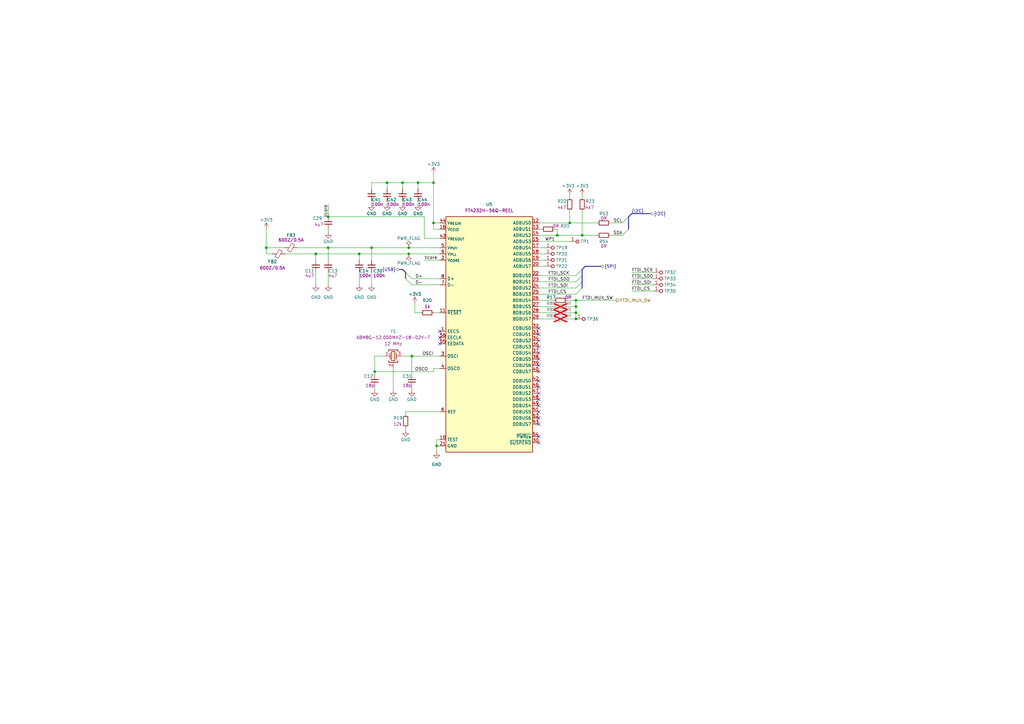
<source format=kicad_sch>
(kicad_sch (version 20250114) (generator "eeschema") (generator_version "9.0")
  (paper "A3")
  (title_block (title "Power over Ethernet  to USB-C Power Delivery adapter") (date "2025-12-30") (rev "1.1.0") (company "Antmicro Ltd.") (comment 1 "www.antmicro.com"))
  (lib_symbols
    (symbol "antmicroCapacitors0402:C_100n_0402" (pin_numbers (hide yes)) (pin_names (hide yes))
      (property "Reference" "C" (at 20.32 -5.08 0))
      (property "Val" "100n" (at 20.32 -7.62 0))
      (symbol "C_100n_0402_0_1"
        (polyline (pts (xy 2.032 -1.524) (xy 2.032 1.524)) (stroke (width 0.3048)))
        (polyline (pts (xy 3.048 -1.524) (xy 3.048 1.524)) (stroke (width 0.3302)))
      )
      (symbol "C_100n_0402_1_1"
        (pin passive line (at 0 0 0) (length 2.032) (name "~") (number "1"))
        (pin passive line (at 5.08 0 180) (length 2.032) (name "~") (number "2"))
      )
    )
    (symbol "antmicroCapacitors0402:C_18p_0402" (pin_numbers (hide yes)) (pin_names (hide yes))
      (property "Reference" "C" (at 20.32 -5.08 0))
      (property "Val" "18p" (at 20.32 -7.62 0))
      (symbol "C_18p_0402_0_1"
        (polyline (pts (xy 2.032 -1.524) (xy 2.032 1.524)) (stroke (width 0.3048)))
        (polyline (pts (xy 3.048 -1.524) (xy 3.048 1.524)) (stroke (width 0.3302)))
      )
      (symbol "C_18p_0402_1_1"
        (pin passive line (at 0 0 0) (length 2.032) (name "~") (number "1"))
        (pin passive line (at 5.08 0 180) (length 2.032) (name "~") (number "2"))
      )
    )
    (symbol "antmicroCapacitors0402:C_4u7_25V_0402" (pin_numbers (hide yes)) (pin_names (hide yes))
      (property "Reference" "C" (at 20.32 -5.08 0))
      (property "Val" "4u7" (at 20.32 -7.62 0))
      (symbol "C_4u7_25V_0402_0_1"
        (polyline (pts (xy 2.032 -1.524) (xy 2.032 1.524)) (stroke (width 0.3048)))
        (polyline (pts (xy 3.048 -1.524) (xy 3.048 1.524)) (stroke (width 0.3302)))
      )
      (symbol "C_4u7_25V_0402_1_1"
        (pin passive line (at 0 0 0) (length 2.032) (name "~") (number "1"))
        (pin passive line (at 5.08 0 180) (length 2.032) (name "~") (number "2"))
      )
    )
    (symbol "antmicroFerriteBeadsandChips:FB_600Z_0.5A_Murata-BLM18AG_0603" (pin_numbers (hide yes)) (pin_names (hide yes))
      (property "Reference" "FB" (at 15.24 0 0))
      (property "Val" "600Z/0.5A" (at 15.24 -5.08 0))
      (symbol "FB_600Z_0.5A_Murata-BLM18AG_0603_0_1"
        (polyline (pts (xy 1.651 0) (xy 1.2446 0)))
        (polyline (pts (xy 2.2606 -1.8288) (xy 1.0414 -1.1176) (xy 2.7432 1.8288) (xy 3.9624 1.1176) (xy 2.2606 -1.8288)))
        (polyline (pts (xy 3.81 0) (xy 3.3274 0)))
      )
      (symbol "FB_600Z_0.5A_Murata-BLM18AG_0603_1_1"
        (pin passive line (at 0 0 0) (length 1.27) (name "~") (number "1"))
        (pin passive line (at 5.08 0 180) (length 1.27) (name "~") (number "2"))
      )
    )
    (symbol "antmicroInterfaceControllers:FT4232H_VQFN"
      (property "Reference" "U" (at 55.88 -2.54 0))
      (property "MPN" "FT4232H-56Q-REEL" (at 55.88 -5.08 0))
      (symbol "FT4232H_VQFN_1_1"
        (rectangle (start 2.54 2.54) (end 38.1 -93.98) (stroke (width 0.254)) (fill (type background)))
        (pin power_in line (at 0 0 0) (length 2.54) (name "V_{REGIN}") (number "44"))
        (pin power_in line (at 0 -2.54 0) (length 2.54) (name "V_{CCIO}") (number "16"))
        (pin passive line (at 0 -2.54 0) (length 2.54) (hide yes) (name "V_{CCIO}") (number "36"))
        (pin passive line (at 0 -2.54 0) (length 2.54) (hide yes) (name "V_{CCIO}") (number "50"))
        (pin power_out line (at 0 -6.35 0) (length 2.54) (name "V_{REGOUT}") (number "43"))
        (pin power_in line (at 0 -10.16 0) (length 2.54) (name "V_{PHY}") (number "5"))
        (pin power_in line (at 0 -12.7 0) (length 2.54) (name "V_{PLL}") (number "9"))
        (pin power_in line (at 0 -15.24 0) (length 2.54) (name "V_{CORE}") (number "2"))
        (pin passive line (at 0 -15.24 0) (length 2.54) (hide yes) (name "V_{CORE}") (number "31"))
        (pin bidirectional line (at 0 -22.86 0) (length 2.54) (name "D+") (number "8"))
        (pin bidirectional line (at 0 -25.4 0) (length 2.54) (name "D-") (number "7"))
        (pin input line (at 0 -36.83 0) (length 2.54) (name "~{RESET}") (number "11"))
        (pin bidirectional line (at 0 -44.45 0) (length 2.54) (name "EECS") (number "1"))
        (pin output line (at 0 -46.99 0) (length 2.54) (name "EECLK") (number "56"))
        (pin bidirectional line (at 0 -49.53 0) (length 2.54) (name "EEDATA") (number "55"))
        (pin input line (at 0 -54.61 0) (length 2.54) (name "OSCI") (number "3"))
        (pin output line (at 0 -59.69 0) (length 2.54) (name "OSCO") (number "4"))
        (pin input line (at 0 -77.47 0) (length 2.54) (name "REF") (number "6"))
        (pin input line (at 0 -88.9 0) (length 2.54) (name "TEST") (number "10"))
        (pin power_in line (at 0 -91.44 0) (length 2.54) (name "GND") (number "21"))
        (pin passive line (at 0 -91.44 0) (length 2.54) (hide yes) (name "GND") (number "41"))
        (pin passive line (at 0 -91.44 0) (length 2.54) (hide yes) (name "GND") (number "45"))
        (pin passive line (at 0 -91.44 0) (length 2.54) (hide yes) (name "GND") (number "57"))
        (pin bidirectional line (at 40.64 0 180) (length 2.54) (name "ADBUS0") (number "12"))
        (pin bidirectional line (at 40.64 -2.54 180) (length 2.54) (name "ADBUS1") (number "13"))
        (pin bidirectional line (at 40.64 -5.08 180) (length 2.54) (name "ADBUS2") (number "14"))
        (pin bidirectional line (at 40.64 -7.62 180) (length 2.54) (name "ADBUS3") (number "15"))
        (pin bidirectional line (at 40.64 -10.16 180) (length 2.54) (name "ADBUS4") (number "17"))
        (pin bidirectional line (at 40.64 -12.7 180) (length 2.54) (name "ADBUS5") (number "18"))
        (pin bidirectional line (at 40.64 -15.24 180) (length 2.54) (name "ADBUS6") (number "19"))
        (pin bidirectional line (at 40.64 -17.78 180) (length 2.54) (name "ADBUS7") (number "20"))
        (pin bidirectional line (at 40.64 -21.59 180) (length 2.54) (name "BDBUS0") (number "22"))
        (pin bidirectional line (at 40.64 -24.13 180) (length 2.54) (name "BDBUS1") (number "23"))
        (pin bidirectional line (at 40.64 -26.67 180) (length 2.54) (name "BDBUS2") (number "24"))
        (pin bidirectional line (at 40.64 -29.21 180) (length 2.54) (name "BDBUS3") (number "25"))
        (pin bidirectional line (at 40.64 -31.75 180) (length 2.54) (name "BDBUS4") (number "26"))
        (pin bidirectional line (at 40.64 -34.29 180) (length 2.54) (name "BDBUS5") (number "27"))
        (pin bidirectional line (at 40.64 -36.83 180) (length 2.54) (name "BDBUS6") (number "28"))
        (pin bidirectional line (at 40.64 -39.37 180) (length 2.54) (name "BDBUS7") (number "29"))
        (pin bidirectional line (at 40.64 -43.18 180) (length 2.54) (name "CDBUS0") (number "32"))
        (pin bidirectional line (at 40.64 -45.72 180) (length 2.54) (name "CDBUS1") (number "33"))
        (pin bidirectional line (at 40.64 -48.26 180) (length 2.54) (name "CDBUS2") (number "34"))
        (pin bidirectional line (at 40.64 -50.8 180) (length 2.54) (name "CDBUS3") (number "35"))
        (pin bidirectional line (at 40.64 -53.34 180) (length 2.54) (name "CDBUS4") (number "37"))
        (pin bidirectional line (at 40.64 -55.88 180) (length 2.54) (name "CDBUS5") (number "38"))
        (pin bidirectional line (at 40.64 -58.42 180) (length 2.54) (name "CDBUS6") (number "39"))
        (pin bidirectional line (at 40.64 -60.96 180) (length 2.54) (name "CDBUS7") (number "40"))
        (pin bidirectional line (at 40.64 -64.77 180) (length 2.54) (name "DDBUS0") (number "42"))
        (pin bidirectional line (at 40.64 -67.31 180) (length 2.54) (name "DDBUS1") (number "46"))
        (pin bidirectional line (at 40.64 -69.85 180) (length 2.54) (name "DDBUS2") (number "47"))
        (pin bidirectional line (at 40.64 -72.39 180) (length 2.54) (name "DDBUS3") (number "48"))
        (pin bidirectional line (at 40.64 -74.93 180) (length 2.54) (name "DDBUS4") (number "49"))
        (pin bidirectional line (at 40.64 -77.47 180) (length 2.54) (name "DDBUS5") (number "51"))
        (pin bidirectional line (at 40.64 -80.01 180) (length 2.54) (name "DDBUS6") (number "52"))
        (pin bidirectional line (at 40.64 -82.55 180) (length 2.54) (name "DDBUS7") (number "53"))
        (pin output line (at 40.64 -87.63 180) (length 2.54) (name "~{PWR_{EN}}") (number "54"))
        (pin output line (at 40.64 -90.17 180) (length 2.54) (name "~{SUSPEND}") (number "30"))
      )
    )
    (symbol "antmicroResistors0402:R_0R_0402" (pin_numbers (hide yes)) (pin_names (hide yes))
      (property "Reference" "R" (at 20.32 -5.08 0))
      (property "Val" "0R" (at 20.32 -7.62 0))
      (symbol "R_0R_0402_0_1"
        (rectangle (start 0.635 0.889) (end 4.445 -0.889) (stroke (width 0.254)))
      )
      (symbol "R_0R_0402_1_1"
        (pin passive line (at 0 0 0) (length 0.635) (name "~") (number "1"))
        (pin passive line (at 5.08 0 180) (length 0.635) (name "~") (number "2"))
      )
    )
    (symbol "antmicroResistors0402:R_12k_0402" (pin_numbers (hide yes)) (pin_names (hide yes))
      (property "Reference" "R" (at 20.32 -5.08 0))
      (property "Val" "12k" (at 20.32 -7.62 0))
      (symbol "R_12k_0402_0_1"
        (rectangle (start 0.635 0.889) (end 4.445 -0.889) (stroke (width 0.254)))
      )
      (symbol "R_12k_0402_1_1"
        (pin passive line (at 0 0 0) (length 0.635) (name "~") (number "1"))
        (pin passive line (at 5.08 0 180) (length 0.635) (name "~") (number "2"))
      )
    )
    (symbol "antmicroResistors0402:R_1k_0402" (pin_numbers (hide yes)) (pin_names (hide yes))
      (property "Reference" "R" (at 20.32 -5.08 0))
      (property "Val" "1k" (at 20.32 -7.62 0))
      (symbol "R_1k_0402_0_1"
        (rectangle (start 0.635 0.889) (end 4.445 -0.889) (stroke (width 0.254)))
      )
      (symbol "R_1k_0402_1_1"
        (pin passive line (at 0 0 0) (length 0.635) (name "~") (number "1"))
        (pin passive line (at 5.08 0 180) (length 0.635) (name "~") (number "2"))
      )
    )
    (symbol "antmicroResistors0402:R_4k7_0402" (pin_numbers (hide yes)) (pin_names (hide yes))
      (property "Reference" "R" (at 20.32 -5.08 0))
      (property "Val" "4k7" (at 20.32 -7.62 0))
      (symbol "R_4k7_0402_0_1"
        (rectangle (start 0.635 0.889) (end 4.445 -0.889) (stroke (width 0.254)))
      )
      (symbol "R_4k7_0402_1_1"
        (pin passive line (at 0 0 0) (length 0.635) (name "~") (number "1"))
        (pin passive line (at 5.08 0 180) (length 0.635) (name "~") (number "2"))
      )
    )
    (symbol "antmicroResonators:Resonator_12MHz_ABM8G" (pin_names (hide yes))
      (property "Reference" "Y" (at 15.24 -5.08 0))
      (property "MPN" "ABM8G-12.000MHZ-18-D2Y-T" (at 15.24 -7.62 0))
      (property "Val" "12 MHz" (at 15.24 -10.16 0))
      (symbol "Resonator_12MHz_ABM8G_1_1"
        (polyline (pts (xy 1.905 1.905) (xy 1.905 2.54) (xy 5.715 2.54) (xy 5.715 1.905)) (stroke (width 0.254)))
        (polyline (pts (xy 1.905 -1.905) (xy 1.905 -2.54) (xy 5.715 -2.54) (xy 5.715 -1.905)) (stroke (width 0.254)))
        (polyline (pts (xy 2.54 1.27) (xy 2.54 -1.27)) (stroke (width 0.254)) (fill (type background)))
        (rectangle (start 3.175 1.905) (end 4.445 -1.905) (stroke (width 0.254)) (fill (type background)))
        (polyline (pts (xy 5.08 1.27) (xy 5.08 -1.27)) (stroke (width 0.254)) (fill (type background)))
        (pin passive line (at 0 0 0) (length 2.54) (name "~") (number "1"))
        (pin passive line (at 3.81 -5.08 90) (length 2.54) (name "SH") (number "2"))
        (pin passive line (at 3.81 -5.08 90) (length 2.54) (hide yes) (name "SH") (number "4"))
        (pin passive line (at 7.62 0 180) (length 2.54) (name "~") (number "3"))
      )
    )
    (symbol "antmicroTestPoints:TP_0.75mm_SMD" (pin_names (hide yes)) (in_bom no)
      (property "Reference" "TP" (at 10.16 -1.27 0))
      (symbol "TP_0.75mm_SMD_1_1"
        (circle (center 3.175 0) (radius 0.635) (stroke (width 0.254)))
        (pin passive line (at 0 0 0) (length 2.54) (name "1") (number "1"))
      )
    )
    (symbol "antmicropower:+3V3" (power) (pin_numbers (hide yes)) (pin_names (hide yes))
      (property "Value" "+3V3" (at -3.175 2.54 0))
      (symbol "+3V3_0_1"
        (polyline (pts (xy 0 2.54) (xy -0.762 1.27)))
        (polyline (pts (xy 0 2.54) (xy 0.762 1.27)))
        (polyline (pts (xy 0 0) (xy 0 2.54)))
      )
      (symbol "+3V3_1_1"
        (pin power_in line (at 0 0 90) (length 0) (hide yes) (name "+3V3") (number "1"))
      )
    )
    (symbol "antmicropower:GND" (power) (pin_numbers (hide yes)) (pin_names (hide yes))
      (property "Value" "GND" (at 8.89 -5.08 0))
      (symbol "GND_1_1"
        (polyline (pts (xy 0 0) (xy 0 -1.27) (xy 1.27 -1.27) (xy 0 -2.54) (xy -1.27 -1.27) (xy 0 -1.27)))
        (pin power_in line (at 0 0 270) (length 0) (name "GND") (number "1"))
      )
    )
    (symbol "antmicropower:PWR_FLAG" (power) (pin_numbers (hide yes)) (pin_names (offset 0) (hide yes))
      (property "Value" "PWR_FLAG" (at 0 3.81 0))
      (symbol "PWR_FLAG_0_0"
        (pin power_out line (at 0 0 90) (length 0) (name "pwr") (number "1"))
      )
      (symbol "PWR_FLAG_0_1"
        (polyline (pts (xy 0 0) (xy 0 1.27) (xy -1.016 1.905) (xy 0 2.54) (xy 1.016 1.905) (xy 0 1.27)))
      )
    )
  )
  (bus_alias "SPI" (members "FTDI_SDO" "FTDI_SDI" "FTDI_CS" "FTDI_SCK"))
  (bus_alias "USB" (members "D+" "D-"))
  (junction (at 134.62 88.9))
  (junction (at 236.22 123.19))
  (junction (at 168.91 146.05))
  (junction (at 152.4 101.6))
  (junction (at 179.07 182.88))
  (junction (at 134.62 101.6))
  (junction (at 167.64 101.6))
  (junction (at 109.22 101.6))
  (junction (at 233.68 91.44))
  (junction (at 153.67 152.4))
  (junction (at 236.22 130.81))
  (junction (at 158.75 74.93))
  (junction (at 167.64 104.14))
  (junction (at 177.8 74.93))
  (junction (at 171.45 74.93))
  (junction (at 177.8 91.44))
  (junction (at 228.6 96.52))
  (junction (at 238.76 96.52))
  (junction (at 236.22 128.27))
  (junction (at 129.54 104.14))
  (junction (at 147.32 104.14))
  (junction (at 165.1 74.93))
  (junction (at 236.22 125.73))
  (no_connect (at 220.98 163.83))
  (no_connect (at 220.98 173.99))
  (no_connect (at 220.98 171.45))
  (no_connect (at 220.98 142.24))
  (no_connect (at 220.98 134.62))
  (no_connect (at 220.98 161.29))
  (no_connect (at 180.34 138.43))
  (no_connect (at 220.98 179.07))
  (no_connect (at 180.34 135.89))
  (no_connect (at 220.98 147.32))
  (no_connect (at 220.98 137.16))
  (no_connect (at 180.34 140.97))
  (no_connect (at 220.98 156.21))
  (no_connect (at 220.98 168.91))
  (no_connect (at 220.98 181.61))
  (no_connect (at 220.98 139.7))
  (no_connect (at 220.98 149.86))
  (no_connect (at 220.98 158.75))
  (no_connect (at 220.98 152.4))
  (no_connect (at 220.98 144.78))
  (no_connect (at 220.98 166.37))
  (bus_entry (at 168.91 116.84) (size -2.54 -2.54))
  (bus_entry (at 255.27 91.44) (size 2.54 -2.54))
  (bus_entry (at 236.22 118.11) (size 2.54 -2.54))
  (bus_entry (at 236.22 115.57) (size 2.54 -2.54))
  (bus_entry (at 168.91 114.3) (size -2.54 -2.54))
  (bus_entry (at 236.22 120.65) (size 2.54 -2.54))
  (bus_entry (at 236.22 113.03) (size 2.54 -2.54))
  (bus_entry (at 255.27 96.52) (size 2.54 -2.54))
  (wire (pts (xy 173.99 106.68) (xy 180.34 106.68)))
  (wire (pts (xy 220.98 104.14) (xy 223.52 104.14)))
  (wire (pts (xy 177.8 71.12) (xy 177.8 74.93)))
  (bus (pts (xy 238.76 110.49) (xy 240.03 109.22)))
  (wire (pts (xy 220.98 120.65) (xy 236.22 120.65)))
  (wire (pts (xy 233.68 80.01) (xy 233.68 81.28)))
  (wire (pts (xy 220.98 93.98) (xy 222.25 93.98)))
  (wire (pts (xy 267.97 111.76) (xy 259.08 111.76)))
  (wire (pts (xy 168.91 114.3) (xy 180.34 114.3)))
  (wire (pts (xy 220.98 125.73) (xy 227.33 125.73)))
  (wire (pts (xy 233.68 91.44) (xy 245.11 91.44)))
  (wire (pts (xy 171.45 77.47) (xy 171.45 74.93)))
  (wire (pts (xy 152.4 74.93) (xy 158.75 74.93)))
  (wire (pts (xy 109.22 104.14) (xy 111.76 104.14)))
  (wire (pts (xy 153.67 152.4) (xy 153.67 153.67)))
  (wire (pts (xy 134.62 106.68) (xy 134.62 101.6)))
  (wire (pts (xy 220.98 101.6) (xy 223.52 101.6)))
  (wire (pts (xy 134.62 111.76) (xy 134.62 116.84)))
  (wire (pts (xy 168.91 160.02) (xy 168.91 158.75)))
  (wire (pts (xy 220.98 91.44) (xy 233.68 91.44)))
  (wire (pts (xy 166.37 176.53) (xy 166.37 175.26)))
  (wire (pts (xy 171.45 74.93) (xy 177.8 74.93)))
  (wire (pts (xy 134.62 101.6) (xy 152.4 101.6)))
  (wire (pts (xy 171.45 82.55) (xy 171.45 83.82)))
  (wire (pts (xy 220.98 106.68) (xy 223.52 106.68)))
  (wire (pts (xy 220.98 128.27) (xy 227.33 128.27)))
  (wire (pts (xy 173.99 97.79) (xy 173.99 88.9)))
  (wire (pts (xy 109.22 104.14) (xy 109.22 101.6)))
  (wire (pts (xy 161.29 160.02) (xy 161.29 151.13)))
  (wire (pts (xy 238.76 86.36) (xy 238.76 96.52)))
  (wire (pts (xy 177.8 93.98) (xy 180.34 93.98)))
  (wire (pts (xy 109.22 101.6) (xy 116.84 101.6)))
  (bus (pts (xy 163.83 110.49) (xy 165.1 110.49)))
  (bus (pts (xy 257.81 88.9) (xy 257.81 93.98)))
  (wire (pts (xy 167.64 101.6) (xy 180.34 101.6)))
  (wire (pts (xy 153.67 152.4) (xy 177.8 152.4)))
  (wire (pts (xy 153.67 146.05) (xy 157.48 146.05)))
  (wire (pts (xy 158.75 77.47) (xy 158.75 74.93)))
  (wire (pts (xy 134.62 83.82) (xy 134.62 88.9)))
  (wire (pts (xy 129.54 104.14) (xy 147.32 104.14)))
  (bus (pts (xy 166.37 111.76) (xy 166.37 114.3)))
  (wire (pts (xy 236.22 123.19) (xy 252.73 123.19)))
  (wire (pts (xy 170.18 124.46) (xy 170.18 128.27)))
  (wire (pts (xy 220.98 109.22) (xy 223.52 109.22)))
  (wire (pts (xy 228.6 96.52) (xy 238.76 96.52)))
  (wire (pts (xy 129.54 106.68) (xy 129.54 104.14)))
  (wire (pts (xy 220.98 113.03) (xy 236.22 113.03)))
  (wire (pts (xy 170.18 128.27) (xy 172.72 128.27)))
  (wire (pts (xy 220.98 115.57) (xy 236.22 115.57)))
  (wire (pts (xy 220.98 118.11) (xy 236.22 118.11)))
  (wire (pts (xy 152.4 82.55) (xy 152.4 83.82)))
  (bus (pts (xy 257.81 88.9) (xy 259.08 87.63)))
  (wire (pts (xy 147.32 106.68) (xy 147.32 104.14)))
  (wire (pts (xy 236.22 130.81) (xy 236.22 128.27)))
  (wire (pts (xy 220.98 99.06) (xy 233.68 99.06)))
  (wire (pts (xy 220.98 96.52) (xy 228.6 96.52)))
  (wire (pts (xy 129.54 111.76) (xy 129.54 116.84)))
  (wire (pts (xy 250.19 91.44) (xy 255.27 91.44)))
  (wire (pts (xy 116.84 104.14) (xy 129.54 104.14)))
  (wire (pts (xy 228.6 93.98) (xy 228.6 96.52)))
  (wire (pts (xy 238.76 96.52) (xy 245.11 96.52)))
  (wire (pts (xy 236.22 128.27) (xy 236.22 125.73)))
  (wire (pts (xy 121.92 101.6) (xy 134.62 101.6)))
  (bus (pts (xy 238.76 113.03) (xy 238.76 115.57)))
  (wire (pts (xy 167.64 104.14) (xy 180.34 104.14)))
  (wire (pts (xy 168.91 116.84) (xy 180.34 116.84)))
  (wire (pts (xy 220.98 123.19) (xy 227.33 123.19)))
  (wire (pts (xy 168.91 146.05) (xy 168.91 153.67)))
  (wire (pts (xy 179.07 182.88) (xy 180.34 182.88)))
  (wire (pts (xy 250.19 96.52) (xy 255.27 96.52)))
  (wire (pts (xy 165.1 74.93) (xy 158.75 74.93)))
  (wire (pts (xy 233.68 86.36) (xy 233.68 91.44)))
  (wire (pts (xy 165.1 146.05) (xy 168.91 146.05)))
  (wire (pts (xy 152.4 74.93) (xy 152.4 77.47)))
  (wire (pts (xy 179.07 180.34) (xy 179.07 182.88)))
  (wire (pts (xy 267.97 114.3) (xy 259.08 114.3)))
  (wire (pts (xy 166.37 170.18) (xy 166.37 168.91)))
  (wire (pts (xy 227.33 93.98) (xy 228.6 93.98)))
  (bus (pts (xy 246.38 109.22) (xy 240.03 109.22)))
  (wire (pts (xy 238.76 80.01) (xy 238.76 81.28)))
  (bus (pts (xy 166.37 111.76) (xy 165.1 110.49)))
  (wire (pts (xy 152.4 111.76) (xy 152.4 116.84)))
  (wire (pts (xy 153.67 146.05) (xy 153.67 152.4)))
  (wire (pts (xy 232.41 130.81) (xy 236.22 130.81)))
  (wire (pts (xy 236.22 125.73) (xy 236.22 123.19)))
  (wire (pts (xy 173.99 97.79) (xy 180.34 97.79)))
  (wire (pts (xy 177.8 91.44) (xy 177.8 93.98)))
  (wire (pts (xy 173.99 88.9) (xy 134.62 88.9)))
  (wire (pts (xy 179.07 180.34) (xy 180.34 180.34)))
  (wire (pts (xy 179.07 185.42) (xy 179.07 182.88)))
  (wire (pts (xy 152.4 106.68) (xy 152.4 101.6)))
  (bus (pts (xy 266.7 87.63) (xy 259.08 87.63)))
  (wire (pts (xy 220.98 130.81) (xy 227.33 130.81)))
  (wire (pts (xy 134.62 93.98) (xy 134.62 95.25)))
  (wire (pts (xy 232.41 123.19) (xy 236.22 123.19)))
  (wire (pts (xy 166.37 168.91) (xy 180.34 168.91)))
  (wire (pts (xy 267.97 119.38) (xy 259.08 119.38)))
  (wire (pts (xy 147.32 111.76) (xy 147.32 116.84)))
  (wire (pts (xy 177.8 152.4) (xy 177.8 151.13)))
  (wire (pts (xy 165.1 77.47) (xy 165.1 74.93)))
  (wire (pts (xy 168.91 146.05) (xy 180.34 146.05)))
  (wire (pts (xy 109.22 93.98) (xy 109.22 101.6)))
  (wire (pts (xy 232.41 128.27) (xy 236.22 128.27)))
  (wire (pts (xy 158.75 83.82) (xy 158.75 82.55)))
  (wire (pts (xy 177.8 151.13) (xy 180.34 151.13)))
  (wire (pts (xy 153.67 160.02) (xy 153.67 158.75)))
  (wire (pts (xy 165.1 83.82) (xy 165.1 82.55)))
  (wire (pts (xy 177.8 128.27) (xy 180.34 128.27)))
  (wire (pts (xy 152.4 101.6) (xy 167.64 101.6)))
  (bus (pts (xy 238.76 115.57) (xy 238.76 118.11)))
  (wire (pts (xy 177.8 74.93) (xy 177.8 91.44)))
  (bus (pts (xy 238.76 110.49) (xy 238.76 113.03)))
  (wire (pts (xy 267.97 116.84) (xy 259.08 116.84)))
  (wire (pts (xy 177.8 91.44) (xy 180.34 91.44)))
  (wire (pts (xy 165.1 74.93) (xy 171.45 74.93)))
  (wire (pts (xy 232.41 125.73) (xy 236.22 125.73)))
  (wire (pts (xy 147.32 104.14) (xy 167.64 104.14)))
  (label "FTDI_SDI" (at 224.79 118.11 0))
  (label "FTDI_SCK" (at 259.08 111.76 0))
  (label "FTDI_CS" (at 224.79 120.65 0))
  (label "Vcore" (at 173.99 106.68 0))
  (label "Vcore" (at 134.62 83.82 270))
  (label "FTDI_MUX_SW" (at 251.46 123.19 180))
  (label "D-" (at 173.355 116.84 180))
  (label "FTDI_SDI" (at 259.08 116.84 0))
  (label "FTDI_SCK" (at 224.79 113.03 0))
  (label "FTDI_SDO" (at 224.79 115.57 0))
  (label "{I2C}" (at 259.08 87.63 0))
  (label "OSCI" (at 177.8 146.05 180))
  (label "SCL" (at 255.27 91.44 180))
  (label "SDA" (at 255.27 96.52 180))
  (label "FTDI_CS" (at 259.08 119.38 0))
  (label "WP1" (at 223.52 99.06 0))
  (label "FTDI_SDO" (at 259.08 114.3 0))
  (label "OSCO" (at 170.18 152.4 0))
  (label "D+" (at 173.355 114.3 180))
  (hierarchical_label "{SPI}" (shape bidirectional) (at 246.38 109.22 0))
  (hierarchical_label "FTDI_MUX_SW" (shape output) (at 252.73 123.19 0))
  (hierarchical_label "{I2C}" (shape bidirectional) (at 266.7 87.63 0))
  (hierarchical_label "{USB}" (shape bidirectional) (at 163.83 110.49 180))
  (symbol (lib_id "antmicroFerriteBeadsandChips:FB_600Z_0.5A_Murata-BLM18AG_0603") (at 116.84 101.6 0) (unit 1)
    (property "Reference" "FB3" (at 119.38 96.52 0))
    (property "Value" "FB_600Z_0.5A_Murata-BLM18AG_0603" (effects (hide yes)))
    (property "Footprint" "antmicro-footprints:FB_0603_1608Metric" (effects (hide yes)))
    (property "Datasheet" "https://www.murata.com/en-us/products/productdata/8796738650142/ENFA0003.pdf" (effects (hide yes)))
    (property "Val" "600Z/0.5A" (at 119.38 98.425 0))
    (property "MPN" "BLM18AG601SN1D" (effects (hide yes)))
    (property "Manufacturer" "Murata" (effects (hide yes)))
    (property "Author" "Antmicro" (effects (hide yes)))
    (property "License" "Apache-2.0" (effects (hide yes)))
  )
  (symbol (lib_id "antmicroCapacitors0402:C_100n_0402") (at 152.4 82.55 90) (unit 1)
    (property "Reference" "C41" (at 152.4 81.915 90) (effects (justify right)))
    (property "Value" "C_100n_0402" (effects (hide yes)))
    (property "Footprint" "antmicro-footprints:C_0402_1005Metric" (effects (hide yes)))
    (property "Datasheet" "https://www.murata.com/products/productdetail?partno=GRM155R61H104KE14%23" (effects (hide yes)))
    (property "MPN" "GRM155R61H104KE14D" (effects (hide yes)))
    (property "Manufacturer" "Murata" (effects (hide yes)))
    (property "License" "Apache-2.0" (effects (hide yes)))
    (property "Author" "Antmicro" (effects (hide yes)))
    (property "Val" "100n" (at 152.4 83.82 90) (effects (justify right)))
    (property "Voltage" "50V" (effects (hide yes)))
    (property "Dielectric" "X5R" (effects (hide yes)))
  )
  (symbol (lib_id "antmicroTestPoints:TP_0.75mm_SMD") (at 223.52 104.14 0) (unit 1) (in_bom no)
    (property "Reference" "TP20" (at 227.965 104.14 0) (effects (justify left)))
    (property "Value" "TP_0.75mm_SMD" (effects (hide yes)))
    (property "Footprint" "antmicro-footprints:TP_SMD_0.75mm" (effects (hide yes)))
    (property "Author" "Antmicro" (effects (hide yes)))
    (property "License" "Apache-2.0" (effects (hide yes)))
  )
  (symbol (lib_id "antmicropower:PWR_FLAG") (at 167.64 101.6 0) (unit 1)
    (property "Reference" "#FLG05" (effects (hide yes)))
    (property "Value" "PWR_FLAG" (at 167.64 97.79 0))
  )
  (symbol (lib_id "antmicroTestPoints:TP_0.75mm_SMD") (at 223.52 106.68 0) (unit 1) (in_bom no)
    (property "Reference" "TP21" (at 227.965 106.68 0) (effects (justify left)))
    (property "Value" "TP_0.75mm_SMD" (effects (hide yes)))
    (property "Footprint" "antmicro-footprints:TP_SMD_0.75mm" (effects (hide yes)))
    (property "Author" "Antmicro" (effects (hide yes)))
    (property "License" "Apache-2.0" (effects (hide yes)))
  )
  (symbol (lib_id "antmicroResistors0402:R_0R_0402") (at 222.25 93.98 0) (unit 1)
    (property "Reference" "R21" (at 231.775 92.71 0))
    (property "Value" "R_0R_0402" (effects (hide yes)))
    (property "Footprint" "antmicro-footprints:R_0402_1005Metric" (effects (hide yes)))
    (property "Datasheet" "https://industrial.panasonic.com/cdbs/www-data/pdf/RDA0000/AOA0000C301.pdf" (effects (hide yes)))
    (property "MPN" "ERJ2GE0R00X" (effects (hide yes)))
    (property "Manufacturer" "Panasonic" (effects (hide yes)))
    (property "License" "Apache-2.0" (effects (hide yes)))
    (property "Author" "Antmicro" (effects (hide yes)))
    (property "Val" "0R" (at 227.965 92.71 0))
    (property "Current" "1A" (effects (hide yes)))
  )
  (symbol (lib_id "antmicropower:GND") (at 165.1 83.82 0) (unit 1)
    (property "Reference" "#PWR098" (effects (hide yes)))
    (property "Value" "GND" (at 165.1 87.63 0))
    (property "Author" "Antmicro" (effects (hide yes)))
    (property "License" "Apache-2.0" (effects (hide yes)))
  )
  (symbol (lib_id "antmicropower:+3V3") (at 177.8 71.12 0) (unit 1)
    (property "Reference" "#PWR031" (effects (hide yes)))
    (property "Value" "+3V3" (at 177.8 67.31 0))
    (property "Author" "Antmicro" (effects (hide yes)))
    (property "License" "Apache-2.0" (effects (hide yes)))
  )
  (symbol (lib_id "antmicroResistors0402:R_0R_0402") (at 227.33 130.81 0) (unit 1) (in_bom no) (dnp yes)
    (property "Reference" "R87" (at 226.06 129.54 0))
    (property "Value" "R_0R_0402" (effects (hide yes)))
    (property "Footprint" "antmicro-footprints:R_0402_1005Metric" (effects (hide yes)))
    (property "Datasheet" "https://industrial.panasonic.com/cdbs/www-data/pdf/RDA0000/AOA0000C301.pdf" (effects (hide yes)))
    (property "MPN" "ERJ2GE0R00X" (effects (hide yes)))
    (property "Manufacturer" "Panasonic" (effects (hide yes)))
    (property "License" "Apache-2.0" (effects (hide yes)))
    (property "Author" "Antmicro" (effects (hide yes)))
    (property "Val" "0R" (at 233.045 129.54 0))
    (property "Current" "1A" (effects (hide yes)))
  )
  (symbol (lib_id "antmicroTestPoints:TP_0.75mm_SMD") (at 267.97 111.76 0) (unit 1) (in_bom no)
    (property "Reference" "TP32" (at 272.415 111.76 0) (effects (justify left)))
    (property "Value" "TP_0.75mm_SMD" (effects (hide yes)))
    (property "Footprint" "antmicro-footprints:TP_SMD_0.75mm" (effects (hide yes)))
    (property "Author" "Antmicro" (effects (hide yes)))
    (property "License" "Apache-2.0" (effects (hide yes)))
  )
  (symbol (lib_id "antmicroResistors0402:R_4k7_0402") (at 233.68 86.36 90) (unit 1)
    (property "Reference" "R22" (at 228.6 82.55 90) (effects (justify right)))
    (property "Value" "R_4k7_0402" (effects (hide yes)))
    (property "Footprint" "antmicro-footprints:R_0402_1005Metric" (effects (hide yes)))
    (property "Datasheet" "https://www.bourns.com/docs/product-datasheets/cr.pdf" (effects (hide yes)))
    (property "MPN" "CR0402-FX-4701GLF" (effects (hide yes)))
    (property "Manufacturer" "Bourns" (effects (hide yes)))
    (property "License" "Apache-2.0" (effects (hide yes)))
    (property "Author" "Antmicro" (effects (hide yes)))
    (property "Val" "4k7" (at 228.6 85.09 90) (effects (justify right)))
    (property "Tolerance" "1%" (effects (hide yes)))
  )
  (symbol (lib_id "antmicropower:GND") (at 166.37 176.53 0) (unit 1)
    (property "Reference" "#PWR025" (effects (hide yes)))
    (property "Value" "GND" (at 166.37 180.34 0))
    (property "Author" "Antmicro" (effects (hide yes)))
    (property "License" "Apache-2.0" (effects (hide yes)))
  )
  (symbol (lib_id "antmicropower:GND") (at 147.32 116.84 0) (unit 1)
    (property "Reference" "#PWR021" (effects (hide yes)))
    (property "Value" "GND" (at 147.32 121.92 0))
    (property "Author" "Antmicro" (effects (hide yes)))
    (property "License" "Apache-2.0" (effects (hide yes)))
  )
  (symbol (lib_id "antmicropower:GND") (at 179.07 185.42 0) (unit 1)
    (property "Reference" "#PWR032" (effects (hide yes)))
    (property "Value" "GND" (at 179.07 190.5 0))
    (property "Author" "Antmicro" (effects (hide yes)))
    (property "License" "Apache-2.0" (effects (hide yes)))
  )
  (symbol (lib_id "antmicroResistors0402:R_0R_0402") (at 227.33 128.27 0) (unit 1) (in_bom no) (dnp yes)
    (property "Reference" "R86" (at 226.06 127 0))
    (property "Value" "R_0R_0402" (effects (hide yes)))
    (property "Footprint" "antmicro-footprints:R_0402_1005Metric" (effects (hide yes)))
    (property "Datasheet" "https://industrial.panasonic.com/cdbs/www-data/pdf/RDA0000/AOA0000C301.pdf" (effects (hide yes)))
    (property "MPN" "ERJ2GE0R00X" (effects (hide yes)))
    (property "Manufacturer" "Panasonic" (effects (hide yes)))
    (property "License" "Apache-2.0" (effects (hide yes)))
    (property "Author" "Antmicro" (effects (hide yes)))
    (property "Val" "0R" (at 233.045 127 0))
    (property "Current" "1A" (effects (hide yes)))
  )
  (symbol (lib_id "antmicropower:GND") (at 161.29 160.02 0) (unit 1)
    (property "Reference" "#PWR022" (effects (hide yes)))
    (property "Value" "GND" (at 161.29 163.83 0))
    (property "Author" "Antmicro" (effects (hide yes)))
    (property "License" "Apache-2.0" (effects (hide yes)))
  )
  (symbol (lib_id "antmicropower:+3V3") (at 109.22 93.98 0) (unit 1)
    (property "Reference" "#PWR05" (effects (hide yes)))
    (property "Value" "+3V3" (at 109.22 90.17 0))
    (property "Author" "Antmicro" (effects (hide yes)))
    (property "License" "Apache-2.0" (effects (hide yes)))
  )
  (symbol (lib_id "antmicropower:+3V3") (at 170.18 124.46 0) (unit 1)
    (property "Reference" "#PWR030" (effects (hide yes)))
    (property "Value" "+3V3" (at 170.18 120.65 0))
    (property "Author" "Antmicro" (effects (hide yes)))
    (property "License" "Apache-2.0" (effects (hide yes)))
  )
  (symbol (lib_id "antmicroResistors0402:R_12k_0402") (at 166.37 175.26 90) (unit 1)
    (property "Reference" "R19" (at 161.29 171.45 90) (effects (justify right)))
    (property "Value" "R_12k_0402" (effects (hide yes)))
    (property "Footprint" "antmicro-footprints:R_0402_1005Metric" (effects (hide yes)))
    (property "Datasheet" "https://www.bourns.com/docs/product-datasheets/cr.pdf" (effects (hide yes)))
    (property "MPN" "CR0402-FX-1202GLF" (effects (hide yes)))
    (property "Manufacturer" "Bourns" (effects (hide yes)))
    (property "License" "Apache-2.0" (effects (hide yes)))
    (property "Author" "Antmicro" (effects (hide yes)))
    (property "Val" "12k" (at 161.29 173.99 90) (effects (justify right)))
    (property "Tolerance" "1%" (effects (hide yes)))
  )
  (symbol (lib_id "antmicropower:GND") (at 152.4 116.84 0) (unit 1)
    (property "Reference" "#PWR024" (effects (hide yes)))
    (property "Value" "GND" (at 152.4 121.92 0))
    (property "Author" "Antmicro" (effects (hide yes)))
    (property "License" "Apache-2.0" (effects (hide yes)))
  )
  (symbol (lib_id "antmicropower:+3V3") (at 238.76 80.01 0) (unit 1)
    (property "Reference" "#PWR034" (effects (hide yes)))
    (property "Value" "+3V3" (at 238.76 76.2 0))
    (property "Author" "Antmicro" (effects (hide yes)))
    (property "License" "Apache-2.0" (effects (hide yes)))
  )
  (symbol (lib_id "antmicroCapacitors0402:C_100n_0402") (at 171.45 82.55 90) (unit 1)
    (property "Reference" "C44" (at 171.45 81.915 90) (effects (justify right)))
    (property "Value" "C_100n_0402" (effects (hide yes)))
    (property "Footprint" "antmicro-footprints:C_0402_1005Metric" (effects (hide yes)))
    (property "Datasheet" "https://www.murata.com/products/productdetail?partno=GRM155R61H104KE14%23" (effects (hide yes)))
    (property "MPN" "GRM155R61H104KE14D" (effects (hide yes)))
    (property "Manufacturer" "Murata" (effects (hide yes)))
    (property "License" "Apache-2.0" (effects (hide yes)))
    (property "Author" "Antmicro" (effects (hide yes)))
    (property "Val" "100n" (at 171.45 83.82 90) (effects (justify right)))
    (property "Voltage" "50V" (effects (hide yes)))
    (property "Dielectric" "X5R" (effects (hide yes)))
  )
  (symbol (lib_id "antmicropower:GND") (at 134.62 95.25 0) (unit 1)
    (property "Reference" "#PWR023" (effects (hide yes)))
    (property "Value" "GND" (at 134.62 99.06 0))
    (property "Author" "Antmicro" (effects (hide yes)))
    (property "License" "Apache-2.0" (effects (hide yes)))
  )
  (symbol (lib_id "antmicroResistors0402:R_1k_0402") (at 172.72 128.27 0) (unit 1)
    (property "Reference" "R20" (at 175.26 123.19 0))
    (property "Value" "R_1k_0402" (effects (hide yes)))
    (property "Footprint" "antmicro-footprints:R_0402_1005Metric" (effects (hide yes)))
    (property "Datasheet" "https://www.bourns.com/docs/product-datasheets/cr.pdf" (effects (hide yes)))
    (property "MPN" "CR0402-FX-1001GLF" (effects (hide yes)))
    (property "Manufacturer" "Bourns" (effects (hide yes)))
    (property "License" "Apache-2.0" (effects (hide yes)))
    (property "Author" "Antmicro" (effects (hide yes)))
    (property "Val" "1k" (at 175.26 125.73 0))
    (property "Tolerance" "1%" (effects (hide yes)))
  )
  (symbol (lib_id "antmicroCapacitors0402:C_18p_0402") (at 168.91 158.75 90) (unit 1)
    (property "Reference" "C31" (at 165.1 154.305 90) (effects (justify right)))
    (property "Value" "C_18p_0402" (effects (hide yes)))
    (property "Footprint" "antmicro-footprints:C_0402_1005Metric" (effects (hide yes)))
    (property "Datasheet" "https://product.samsungsem.com/mlcc/CL05C180JB51PN.do" (effects (hide yes)))
    (property "MPN" "CL05C180JB51PNC" (effects (hide yes)))
    (property "Manufacturer" "Samsung Electro-Mechanics" (effects (hide yes)))
    (property "License" "Apache-2.0" (effects (hide yes)))
    (property "Author" "Antmicro" (effects (hide yes)))
    (property "Val" "18p" (at 165.1 158.115 90) (effects (justify right)))
  )
  (symbol (lib_id "antmicroResistors0402:R_4k7_0402") (at 238.76 86.36 90) (unit 1)
    (property "Reference" "R23" (at 240.03 82.55 90) (effects (justify right)))
    (property "Value" "R_4k7_0402" (effects (hide yes)))
    (property "Footprint" "antmicro-footprints:R_0402_1005Metric" (effects (hide yes)))
    (property "Datasheet" "https://www.bourns.com/docs/product-datasheets/cr.pdf" (effects (hide yes)))
    (property "MPN" "CR0402-FX-4701GLF" (effects (hide yes)))
    (property "Manufacturer" "Bourns" (effects (hide yes)))
    (property "License" "Apache-2.0" (effects (hide yes)))
    (property "Author" "Antmicro" (effects (hide yes)))
    (property "Val" "4k7" (at 240.03 85.09 90) (effects (justify right)))
    (property "Tolerance" "1%" (effects (hide yes)))
  )
  (symbol (lib_id "antmicroTestPoints:TP_0.75mm_SMD") (at 267.97 116.84 0) (unit 1) (in_bom no)
    (property "Reference" "TP34" (at 272.415 116.84 0) (effects (justify left)))
    (property "Value" "TP_0.75mm_SMD" (effects (hide yes)))
    (property "Footprint" "antmicro-footprints:TP_SMD_0.75mm" (effects (hide yes)))
    (property "Author" "Antmicro" (effects (hide yes)))
    (property "License" "Apache-2.0" (effects (hide yes)))
  )
  (symbol (lib_id "antmicroResistors0402:R_0R_0402") (at 245.11 91.44 0) (unit 1)
    (property "Reference" "R53" (at 247.65 87.63 0))
    (property "Value" "R_0R_0402" (effects (hide yes)))
    (property "Footprint" "antmicro-footprints:R_0402_1005Metric" (effects (hide yes)))
    (property "Datasheet" "https://industrial.panasonic.com/cdbs/www-data/pdf/RDA0000/AOA0000C301.pdf" (effects (hide yes)))
    (property "MPN" "ERJ2GE0R00X" (effects (hide yes)))
    (property "Manufacturer" "Panasonic" (effects (hide yes)))
    (property "License" "Apache-2.0" (effects (hide yes)))
    (property "Author" "Antmicro" (effects (hide yes)))
    (property "Val" "0R" (at 247.65 89.535 0))
    (property "Current" "1A" (effects (hide yes)))
  )
  (symbol (lib_id "antmicroCapacitors0402:C_4u7_25V_0402") (at 129.54 111.76 90) (unit 1)
    (property "Reference" "C11" (at 125.095 111.125 90) (effects (justify right)))
    (property "Value" "C_4u7_25V_0402" (effects (hide yes)))
    (property "Footprint" "antmicro-footprints:C_0402_1005Metric" (effects (hide yes)))
    (property "Datasheet" "https://www.murata.com/products/productdetail?partno=GRM155C61E475ME15%23" (effects (hide yes)))
    (property "MPN" "GRM155C61E475ME15J" (effects (hide yes)))
    (property "Manufacturer" "Murata" (effects (hide yes)))
    (property "License" "Apache-2.0" (effects (hide yes)))
    (property "Author" "Antmicro" (effects (hide yes)))
    (property "Val" "4u7" (at 125.095 113.03 90) (effects (justify right)))
    (property "Voltage" "25V" (effects (hide yes)))
    (property "Dielectric" "X5S" (effects (hide yes)))
  )
  (symbol (lib_id "antmicroCapacitors0402:C_100n_0402") (at 152.4 111.76 90) (unit 1)
    (property "Reference" "C30" (at 153.035 111.125 90) (effects (justify right)))
    (property "Value" "C_100n_0402" (effects (hide yes)))
    (property "Footprint" "antmicro-footprints:C_0402_1005Metric" (effects (hide yes)))
    (property "Datasheet" "https://www.murata.com/products/productdetail?partno=GRM155R61H104KE14%23" (effects (hide yes)))
    (property "MPN" "GRM155R61H104KE14D" (effects (hide yes)))
    (property "Manufacturer" "Murata" (effects (hide yes)))
    (property "License" "Apache-2.0" (effects (hide yes)))
    (property "Author" "Antmicro" (effects (hide yes)))
    (property "Val" "100n" (at 153.035 113.03 90) (effects (justify right)))
    (property "Voltage" "50V" (effects (hide yes)))
    (property "Dielectric" "X5R" (effects (hide yes)))
  )
  (symbol (lib_id "antmicropower:PWR_FLAG") (at 167.64 104.14 180) (unit 1)
    (property "Reference" "#FLG06" (effects (hide yes)))
    (property "Value" "PWR_FLAG" (at 167.64 107.95 0))
  )
  (symbol (lib_id "antmicroCapacitors0402:C_4u7_25V_0402") (at 134.62 111.76 90) (unit 1)
    (property "Reference" "C13" (at 134.62 111.125 90) (effects (justify right)))
    (property "Value" "C_4u7_25V_0402" (effects (hide yes)))
    (property "Footprint" "antmicro-footprints:C_0402_1005Metric" (effects (hide yes)))
    (property "Datasheet" "https://www.murata.com/products/productdetail?partno=GRM155C61E475ME15%23" (effects (hide yes)))
    (property "MPN" "GRM155C61E475ME15J" (effects (hide yes)))
    (property "Manufacturer" "Murata" (effects (hide yes)))
    (property "License" "Apache-2.0" (effects (hide yes)))
    (property "Author" "Antmicro" (effects (hide yes)))
    (property "Val" "4u7" (at 134.62 113.03 90) (effects (justify right)))
    (property "Voltage" "25V" (effects (hide yes)))
    (property "Dielectric" "X5S" (effects (hide yes)))
  )
  (symbol (lib_id "antmicropower:GND") (at 134.62 116.84 0) (unit 1)
    (property "Reference" "#PWR020" (effects (hide yes)))
    (property "Value" "GND" (at 134.62 121.92 0))
    (property "Author" "Antmicro" (effects (hide yes)))
    (property "License" "Apache-2.0" (effects (hide yes)))
  )
  (symbol (lib_id "antmicroCapacitors0402:C_100n_0402") (at 165.1 82.55 90) (unit 1)
    (property "Reference" "C43" (at 165.1 81.915 90) (effects (justify right)))
    (property "Value" "C_100n_0402" (effects (hide yes)))
    (property "Footprint" "antmicro-footprints:C_0402_1005Metric" (effects (hide yes)))
    (property "Datasheet" "https://www.murata.com/products/productdetail?partno=GRM155R61H104KE14%23" (effects (hide yes)))
    (property "MPN" "GRM155R61H104KE14D" (effects (hide yes)))
    (property "Manufacturer" "Murata" (effects (hide yes)))
    (property "License" "Apache-2.0" (effects (hide yes)))
    (property "Author" "Antmicro" (effects (hide yes)))
    (property "Val" "100n" (at 165.1 83.82 90) (effects (justify right)))
    (property "Voltage" "50V" (effects (hide yes)))
    (property "Dielectric" "X5R" (effects (hide yes)))
  )
  (symbol (lib_id "antmicropower:GND") (at 158.75 83.82 0) (unit 1)
    (property "Reference" "#PWR099" (effects (hide yes)))
    (property "Value" "GND" (at 158.75 87.63 0))
    (property "Author" "Antmicro" (effects (hide yes)))
    (property "License" "Apache-2.0" (effects (hide yes)))
  )
  (symbol (lib_id "antmicroCapacitors0402:C_4u7_25V_0402") (at 134.62 93.98 90) (unit 1)
    (property "Reference" "C29" (at 128.27 89.535 90) (effects (justify right)))
    (property "Value" "C_4u7_25V_0402" (effects (hide yes)))
    (property "Footprint" "antmicro-footprints:C_0402_1005Metric" (effects (hide yes)))
    (property "Datasheet" "https://www.murata.com/products/productdetail?partno=GRM155C61E475ME15%23" (effects (hide yes)))
    (property "MPN" "GRM155C61E475ME15J" (effects (hide yes)))
    (property "Manufacturer" "Murata" (effects (hide yes)))
    (property "License" "Apache-2.0" (effects (hide yes)))
    (property "Author" "Antmicro" (effects (hide yes)))
    (property "Val" "4u7" (at 128.905 92.075 90) (effects (justify right)))
    (property "Voltage" "25V" (effects (hide yes)))
    (property "Dielectric" "X5S" (effects (hide yes)))
  )
  (symbol (lib_id "antmicroFerriteBeadsandChips:FB_600Z_0.5A_Murata-BLM18AG_0603") (at 111.76 104.14 0) (unit 1)
    (property "Reference" "FB2" (at 111.76 107.315 0))
    (property "Value" "FB_600Z_0.5A_Murata-BLM18AG_0603" (effects (hide yes)))
    (property "Footprint" "antmicro-footprints:FB_0603_1608Metric" (effects (hide yes)))
    (property "Datasheet" "https://www.murata.com/en-us/products/productdata/8796738650142/ENFA0003.pdf" (effects (hide yes)))
    (property "Val" "600Z/0.5A" (at 111.76 109.855 0))
    (property "MPN" "BLM18AG601SN1D" (effects (hide yes)))
    (property "Manufacturer" "Murata" (effects (hide yes)))
    (property "Author" "Antmicro" (effects (hide yes)))
    (property "License" "Apache-2.0" (effects (hide yes)))
  )
  (symbol (lib_id "antmicropower:GND") (at 168.91 160.02 0) (unit 1)
    (property "Reference" "#PWR026" (effects (hide yes)))
    (property "Value" "GND" (at 168.91 163.83 0))
    (property "Author" "Antmicro" (effects (hide yes)))
    (property "License" "Apache-2.0" (effects (hide yes)))
  )
  (symbol (lib_id "antmicropower:GND") (at 171.45 83.82 0) (unit 1)
    (property "Reference" "#PWR097" (effects (hide yes)))
    (property "Value" "GND" (at 171.45 87.63 0))
    (property "Author" "Antmicro" (effects (hide yes)))
    (property "License" "Apache-2.0" (effects (hide yes)))
  )
  (symbol (lib_id "antmicroInterfaceControllers:FT4232H_VQFN") (at 180.34 91.44 0) (unit 1)
    (property "Reference" "U5" (at 200.66 83.82 0))
    (property "Value" "FT4232H_VQFN" (effects (hide yes)))
    (property "Footprint" "antmicro-footprints:QFN-56-1EP_8x8mm_P0.5mm" (effects (hide yes)))
    (property "Datasheet" "https://www.ftdichip.com/Support/Documents/DataSheets/ICs/DS_FT4232H.pdf" (effects (hide yes)))
    (property "Manufacturer" "FTDI Chip" (effects (hide yes)))
    (property "MPN" "FT4232H-56Q-REEL" (at 200.66 86.36 0))
    (property "Author" "Antmicro" (effects (hide yes)))
    (property "License" "Apache-2.0" (effects (hide yes)))
  )
  (symbol (lib_id "antmicroResonators:Resonator_12MHz_ABM8G") (at 157.48 146.05 0) (unit 1)
    (property "Reference" "Y1" (at 161.29 135.89 0))
    (property "Value" "Resonator_12MHz_ABM8G" (effects (hide yes)))
    (property "Footprint" "antmicro-footprints:Resonator_SMD_Abracon_ABM8G_3.2x2.5mm" (effects (hide yes)))
    (property "Datasheet" "https://abracon.com/Resonators/ABM8G.pdf" (effects (hide yes)))
    (property "MPN" "ABM8G-12.000MHZ-18-D2Y-T" (at 161.29 138.43 0))
    (property "Manufacturer" "Abracon" (effects (hide yes)))
    (property "Author" "Antmicro" (effects (hide yes)))
    (property "License" "Apache-2.0" (effects (hide yes)))
    (property "Val" "12 MHz" (at 161.29 140.97 0))
  )
  (symbol (lib_id "antmicroResistors0402:R_0R_0402") (at 227.33 123.19 0) (unit 1)
    (property "Reference" "R17" (at 226.06 121.92 0))
    (property "Value" "R_0R_0402" (effects (hide yes)))
    (property "Footprint" "antmicro-footprints:R_0402_1005Metric" (effects (hide yes)))
    (property "Datasheet" "https://industrial.panasonic.com/cdbs/www-data/pdf/RDA0000/AOA0000C301.pdf" (effects (hide yes)))
    (property "MPN" "ERJ2GE0R00X" (effects (hide yes)))
    (property "Manufacturer" "Panasonic" (effects (hide yes)))
    (property "License" "Apache-2.0" (effects (hide yes)))
    (property "Author" "Antmicro" (effects (hide yes)))
    (property "Val" "0R" (at 233.045 121.92 0))
    (property "Current" "1A" (effects (hide yes)))
  )
  (symbol (lib_id "antmicroTestPoints:TP_0.75mm_SMD") (at 267.97 114.3 0) (unit 1) (in_bom no)
    (property "Reference" "TP33" (at 272.415 114.3 0) (effects (justify left)))
    (property "Value" "TP_0.75mm_SMD" (effects (hide yes)))
    (property "Footprint" "antmicro-footprints:TP_SMD_0.75mm" (effects (hide yes)))
    (property "Author" "Antmicro" (effects (hide yes)))
    (property "License" "Apache-2.0" (effects (hide yes)))
  )
  (symbol (lib_id "antmicroTestPoints:TP_0.75mm_SMD") (at 267.97 119.38 0) (unit 1) (in_bom no)
    (property "Reference" "TP35" (at 272.415 119.38 0) (effects (justify left)))
    (property "Value" "TP_0.75mm_SMD" (effects (hide yes)))
    (property "Footprint" "antmicro-footprints:TP_SMD_0.75mm" (effects (hide yes)))
    (property "Author" "Antmicro" (effects (hide yes)))
    (property "License" "Apache-2.0" (effects (hide yes)))
  )
  (symbol (lib_id "antmicroTestPoints:TP_0.75mm_SMD") (at 223.52 109.22 0) (unit 1) (in_bom no)
    (property "Reference" "TP22" (at 227.965 109.22 0) (effects (justify left)))
    (property "Value" "TP_0.75mm_SMD" (effects (hide yes)))
    (property "Footprint" "antmicro-footprints:TP_SMD_0.75mm" (effects (hide yes)))
    (property "Author" "Antmicro" (effects (hide yes)))
    (property "License" "Apache-2.0" (effects (hide yes)))
  )
  (symbol (lib_id "antmicroTestPoints:TP_0.75mm_SMD") (at 223.52 101.6 0) (unit 1) (in_bom no)
    (property "Reference" "TP19" (at 227.965 101.6 0) (effects (justify left)))
    (property "Value" "TP_0.75mm_SMD" (effects (hide yes)))
    (property "Footprint" "antmicro-footprints:TP_SMD_0.75mm" (effects (hide yes)))
    (property "Author" "Antmicro" (effects (hide yes)))
    (property "License" "Apache-2.0" (effects (hide yes)))
  )
  (symbol (lib_id "antmicroCapacitors0402:C_18p_0402") (at 153.67 158.75 90) (unit 1)
    (property "Reference" "C12" (at 149.225 154.305 90) (effects (justify right)))
    (property "Value" "C_18p_0402" (effects (hide yes)))
    (property "Footprint" "antmicro-footprints:C_0402_1005Metric" (effects (hide yes)))
    (property "Datasheet" "https://product.samsungsem.com/mlcc/CL05C180JB51PN.do" (effects (hide yes)))
    (property "MPN" "CL05C180JB51PNC" (effects (hide yes)))
    (property "Manufacturer" "Samsung Electro-Mechanics" (effects (hide yes)))
    (property "License" "Apache-2.0" (effects (hide yes)))
    (property "Author" "Antmicro" (effects (hide yes)))
    (property "Val" "18p" (at 149.86 158.115 90) (effects (justify right)))
  )
  (symbol (lib_id "antmicropower:+3V3") (at 233.68 80.01 0) (unit 1)
    (property "Reference" "#PWR033" (effects (hide yes)))
    (property "Value" "+3V3" (at 233.045 76.2 0))
    (property "Author" "Antmicro" (effects (hide yes)))
    (property "License" "Apache-2.0" (effects (hide yes)))
  )
  (symbol (lib_id "antmicroTestPoints:TP_0.75mm_SMD") (at 236.22 130.81 0) (unit 1) (in_bom no)
    (property "Reference" "TP36" (at 240.665 130.81 0) (effects (justify left)))
    (property "Value" "TP_0.75mm_SMD" (effects (hide yes)))
    (property "Footprint" "antmicro-footprints:TP_SMD_0.75mm" (effects (hide yes)))
    (property "Author" "Antmicro" (effects (hide yes)))
    (property "License" "Apache-2.0" (effects (hide yes)))
  )
  (symbol (lib_id "antmicroResistors0402:R_0R_0402") (at 245.11 96.52 0) (unit 1)
    (property "Reference" "R54" (at 247.65 99.06 0))
    (property "Value" "R_0R_0402" (effects (hide yes)))
    (property "Footprint" "antmicro-footprints:R_0402_1005Metric" (effects (hide yes)))
    (property "Datasheet" "https://industrial.panasonic.com/cdbs/www-data/pdf/RDA0000/AOA0000C301.pdf" (effects (hide yes)))
    (property "MPN" "ERJ2GE0R00X" (effects (hide yes)))
    (property "Manufacturer" "Panasonic" (effects (hide yes)))
    (property "License" "Apache-2.0" (effects (hide yes)))
    (property "Author" "Antmicro" (effects (hide yes)))
    (property "Val" "0R" (at 247.65 100.965 0))
    (property "Current" "1A" (effects (hide yes)))
  )
  (symbol (lib_id "antmicropower:GND") (at 129.54 116.84 0) (unit 1)
    (property "Reference" "#PWR06" (effects (hide yes)))
    (property "Value" "GND" (at 129.54 121.92 0))
    (property "Author" "Antmicro" (effects (hide yes)))
    (property "License" "Apache-2.0" (effects (hide yes)))
  )
  (symbol (lib_id "antmicroCapacitors0402:C_100n_0402") (at 147.32 111.76 90) (unit 1)
    (property "Reference" "C14" (at 147.32 111.125 90) (effects (justify right)))
    (property "Value" "C_100n_0402" (effects (hide yes)))
    (property "Footprint" "antmicro-footprints:C_0402_1005Metric" (effects (hide yes)))
    (property "Datasheet" "https://www.murata.com/products/productdetail?partno=GRM155R61H104KE14%23" (effects (hide yes)))
    (property "MPN" "GRM155R61H104KE14D" (effects (hide yes)))
    (property "Manufacturer" "Murata" (effects (hide yes)))
    (property "License" "Apache-2.0" (effects (hide yes)))
    (property "Author" "Antmicro" (effects (hide yes)))
    (property "Val" "100n" (at 147.32 113.03 90) (effects (justify right)))
    (property "Voltage" "50V" (effects (hide yes)))
    (property "Dielectric" "X5R" (effects (hide yes)))
  )
  (symbol (lib_id "antmicropower:GND") (at 153.67 160.02 0) (unit 1)
    (property "Reference" "#PWR019" (effects (hide yes)))
    (property "Value" "GND" (at 153.67 163.83 0))
    (property "Author" "Antmicro" (effects (hide yes)))
    (property "License" "Apache-2.0" (effects (hide yes)))
  )
  (symbol (lib_id "antmicroResistors0402:R_0R_0402") (at 227.33 125.73 0) (unit 1) (in_bom no) (dnp yes)
    (property "Reference" "R85" (at 226.06 124.46 0))
    (property "Value" "R_0R_0402" (effects (hide yes)))
    (property "Footprint" "antmicro-footprints:R_0402_1005Metric" (effects (hide yes)))
    (property "Datasheet" "https://industrial.panasonic.com/cdbs/www-data/pdf/RDA0000/AOA0000C301.pdf" (effects (hide yes)))
    (property "MPN" "ERJ2GE0R00X" (effects (hide yes)))
    (property "Manufacturer" "Panasonic" (effects (hide yes)))
    (property "License" "Apache-2.0" (effects (hide yes)))
    (property "Author" "Antmicro" (effects (hide yes)))
    (property "Val" "0R" (at 233.045 124.46 0))
    (property "Current" "1A" (effects (hide yes)))
  )
  (symbol (lib_id "antmicroCapacitors0402:C_100n_0402") (at 158.75 82.55 90) (unit 1)
    (property "Reference" "C42" (at 158.75 81.915 90) (effects (justify right)))
    (property "Value" "C_100n_0402" (effects (hide yes)))
    (property "Footprint" "antmicro-footprints:C_0402_1005Metric" (effects (hide yes)))
    (property "Datasheet" "https://www.murata.com/products/productdetail?partno=GRM155R61H104KE14%23" (effects (hide yes)))
    (property "MPN" "GRM155R61H104KE14D" (effects (hide yes)))
    (property "Manufacturer" "Murata" (effects (hide yes)))
    (property "License" "Apache-2.0" (effects (hide yes)))
    (property "Author" "Antmicro" (effects (hide yes)))
    (property "Val" "100n" (at 158.75 83.82 90) (effects (justify right)))
    (property "Voltage" "50V" (effects (hide yes)))
    (property "Dielectric" "X5R" (effects (hide yes)))
  )
  (symbol (lib_id "antmicroTestPoints:TP_0.75mm_SMD") (at 233.68 99.06 0) (unit 1) (in_bom no)
    (property "Reference" "TP1" (at 238.125 99.06 0) (effects (justify left)))
    (property "Value" "TP_0.75mm_SMD" (effects (hide yes)))
    (property "Footprint" "antmicro-footprints:TP_SMD_0.75mm" (effects (hide yes)))
    (property "Author" "Antmicro" (effects (hide yes)))
    (property "License" "Apache-2.0" (effects (hide yes)))
  )
  (symbol (lib_id "antmicropower:GND") (at 152.4 83.82 0) (unit 1)
    (property "Reference" "#PWR096" (effects (hide yes)))
    (property "Value" "GND" (at 152.4 87.63 0))
    (property "Author" "Antmicro" (effects (hide yes)))
    (property "License" "Apache-2.0" (effects (hide yes)))
  )
)
</source>
